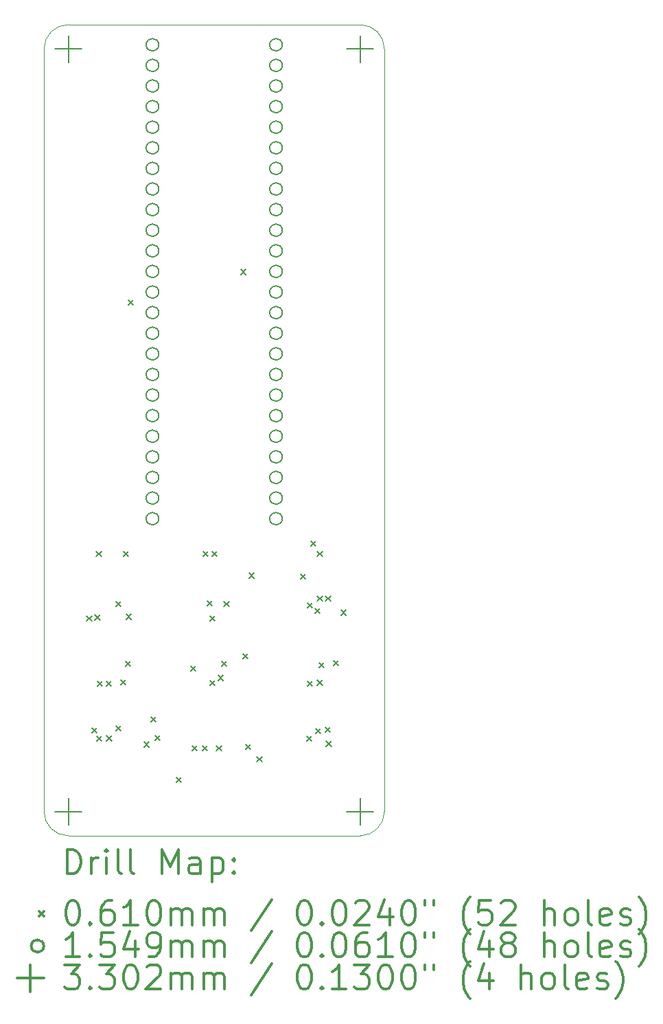
<source format=gbr>
%FSLAX45Y45*%
G04 Gerber Fmt 4.5, Leading zero omitted, Abs format (unit mm)*
G04 Created by KiCad (PCBNEW 5.1.10-88a1d61d58~88~ubuntu20.10.1) date 2021-05-14 12:57:54*
%MOMM*%
%LPD*%
G01*
G04 APERTURE LIST*
%TA.AperFunction,Profile*%
%ADD10C,0.050000*%
%TD*%
%ADD11C,0.200000*%
%ADD12C,0.300000*%
G04 APERTURE END LIST*
D10*
X13900000Y-12600000D02*
X13900000Y-3200000D01*
X18100000Y-3200000D02*
X18100000Y-12600000D01*
X17800000Y-2900000D02*
X14200000Y-2900000D01*
X17800000Y-2900000D02*
G75*
G02*
X18100000Y-3200000I0J-300000D01*
G01*
X18100000Y-12600000D02*
G75*
G02*
X17800000Y-12900000I-300000J0D01*
G01*
X14200000Y-12900000D02*
X17800000Y-12900000D01*
X14200000Y-12900000D02*
G75*
G02*
X13900000Y-12600000I0J300000D01*
G01*
X13900000Y-3200000D02*
G75*
G02*
X14200000Y-2900000I300000J0D01*
G01*
D11*
X14426910Y-10187770D02*
X14487870Y-10248730D01*
X14487870Y-10187770D02*
X14426910Y-10248730D01*
X14494520Y-11572260D02*
X14555480Y-11633220D01*
X14555480Y-11572260D02*
X14494520Y-11633220D01*
X14528550Y-10178000D02*
X14589510Y-10238960D01*
X14589510Y-10178000D02*
X14528550Y-10238960D01*
X14546360Y-9391260D02*
X14607320Y-9452220D01*
X14607320Y-9391260D02*
X14546360Y-9452220D01*
X14550000Y-11671660D02*
X14610960Y-11732620D01*
X14610960Y-11671660D02*
X14550000Y-11732620D01*
X14562290Y-10992240D02*
X14623250Y-11053200D01*
X14623250Y-10992240D02*
X14562290Y-11053200D01*
X14667770Y-10992830D02*
X14728730Y-11053790D01*
X14728730Y-10992830D02*
X14667770Y-11053790D01*
X14673160Y-11667680D02*
X14734120Y-11728640D01*
X14734120Y-11667680D02*
X14673160Y-11728640D01*
X14786350Y-10010680D02*
X14847310Y-10071640D01*
X14847310Y-10010680D02*
X14786350Y-10071640D01*
X14790420Y-11547820D02*
X14851380Y-11608780D01*
X14851380Y-11547820D02*
X14790420Y-11608780D01*
X14844520Y-10977120D02*
X14905480Y-11038080D01*
X14905480Y-10977120D02*
X14844520Y-11038080D01*
X14883210Y-9391880D02*
X14944170Y-9452840D01*
X14944170Y-9391880D02*
X14883210Y-9452840D01*
X14908850Y-10750540D02*
X14969810Y-10811500D01*
X14969810Y-10750540D02*
X14908850Y-10811500D01*
X14917130Y-10168790D02*
X14978090Y-10229750D01*
X14978090Y-10168790D02*
X14917130Y-10229750D01*
X14938000Y-6294090D02*
X14998960Y-6355050D01*
X14998960Y-6294090D02*
X14938000Y-6355050D01*
X15136000Y-11744010D02*
X15196960Y-11804970D01*
X15196960Y-11744010D02*
X15136000Y-11804970D01*
X15217420Y-11437710D02*
X15278380Y-11498670D01*
X15278380Y-11437710D02*
X15217420Y-11498670D01*
X15272970Y-11665350D02*
X15333930Y-11726310D01*
X15333930Y-11665350D02*
X15272970Y-11726310D01*
X15535140Y-12181900D02*
X15596100Y-12242860D01*
X15596100Y-12181900D02*
X15535140Y-12242860D01*
X15713580Y-10807710D02*
X15774540Y-10868670D01*
X15774540Y-10807710D02*
X15713580Y-10868670D01*
X15725040Y-11790840D02*
X15786000Y-11851800D01*
X15786000Y-11790840D02*
X15725040Y-11851800D01*
X15853260Y-11793440D02*
X15914220Y-11854400D01*
X15914220Y-11793440D02*
X15853260Y-11854400D01*
X15862190Y-9391260D02*
X15923150Y-9452220D01*
X15923150Y-9391260D02*
X15862190Y-9452220D01*
X15913320Y-10005410D02*
X15974280Y-10066370D01*
X15974280Y-10005410D02*
X15913320Y-10066370D01*
X15945980Y-10191720D02*
X16006940Y-10252680D01*
X16006940Y-10191720D02*
X15945980Y-10252680D01*
X15950470Y-10988500D02*
X16011430Y-11049460D01*
X16011430Y-10988500D02*
X15950470Y-11049460D01*
X15974250Y-9391260D02*
X16035210Y-9452220D01*
X16035210Y-9391260D02*
X15974250Y-9452220D01*
X16027730Y-11790690D02*
X16088690Y-11851650D01*
X16088690Y-11790690D02*
X16027730Y-11851650D01*
X16045820Y-10922890D02*
X16106780Y-10983850D01*
X16106780Y-10922890D02*
X16045820Y-10983850D01*
X16094520Y-10746010D02*
X16155480Y-10806970D01*
X16155480Y-10746010D02*
X16094520Y-10806970D01*
X16121780Y-10010160D02*
X16182740Y-10071120D01*
X16182740Y-10010160D02*
X16121780Y-10071120D01*
X16325110Y-5918780D02*
X16386070Y-5979740D01*
X16386070Y-5918780D02*
X16325110Y-5979740D01*
X16352280Y-10656560D02*
X16413240Y-10717520D01*
X16413240Y-10656560D02*
X16352280Y-10717520D01*
X16389040Y-11775020D02*
X16450000Y-11835980D01*
X16450000Y-11775020D02*
X16389040Y-11835980D01*
X16432750Y-9661580D02*
X16493710Y-9722540D01*
X16493710Y-9661580D02*
X16432750Y-9722540D01*
X16528100Y-11929060D02*
X16589060Y-11990020D01*
X16589060Y-11929060D02*
X16528100Y-11990020D01*
X17063850Y-9673200D02*
X17124810Y-9734160D01*
X17124810Y-9673200D02*
X17063850Y-9734160D01*
X17144520Y-11673030D02*
X17205480Y-11733990D01*
X17205480Y-11673030D02*
X17144520Y-11733990D01*
X17146360Y-10992490D02*
X17207320Y-11053450D01*
X17207320Y-10992490D02*
X17146360Y-11053450D01*
X17150890Y-10027680D02*
X17211850Y-10088640D01*
X17211850Y-10027680D02*
X17150890Y-10088640D01*
X17194290Y-9264580D02*
X17255250Y-9325540D01*
X17255250Y-9264580D02*
X17194290Y-9325540D01*
X17244520Y-10099120D02*
X17305480Y-10160080D01*
X17305480Y-10099120D02*
X17244520Y-10160080D01*
X17248220Y-11581910D02*
X17309180Y-11642870D01*
X17309180Y-11581910D02*
X17248220Y-11642870D01*
X17272470Y-9391610D02*
X17333430Y-9452570D01*
X17333430Y-9391610D02*
X17272470Y-9452570D01*
X17272820Y-10980990D02*
X17333780Y-11041950D01*
X17333780Y-10980990D02*
X17272820Y-11041950D01*
X17273290Y-9945690D02*
X17334250Y-10006650D01*
X17334250Y-9945690D02*
X17273290Y-10006650D01*
X17294520Y-10764960D02*
X17355480Y-10825920D01*
X17355480Y-10764960D02*
X17294520Y-10825920D01*
X17369350Y-11560510D02*
X17430310Y-11621470D01*
X17430310Y-11560510D02*
X17369350Y-11621470D01*
X17374930Y-9945690D02*
X17435890Y-10006650D01*
X17435890Y-9945690D02*
X17374930Y-10006650D01*
X17382080Y-11735940D02*
X17443040Y-11796900D01*
X17443040Y-11735940D02*
X17382080Y-11796900D01*
X17471360Y-10743270D02*
X17532320Y-10804230D01*
X17532320Y-10743270D02*
X17471360Y-10804230D01*
X17565540Y-10117470D02*
X17626500Y-10178430D01*
X17626500Y-10117470D02*
X17565540Y-10178430D01*
X15315470Y-3149000D02*
G75*
G03*
X15315470Y-3149000I-77470J0D01*
G01*
X15315470Y-3403000D02*
G75*
G03*
X15315470Y-3403000I-77470J0D01*
G01*
X15315470Y-3657000D02*
G75*
G03*
X15315470Y-3657000I-77470J0D01*
G01*
X15315470Y-3911000D02*
G75*
G03*
X15315470Y-3911000I-77470J0D01*
G01*
X15315470Y-4165000D02*
G75*
G03*
X15315470Y-4165000I-77470J0D01*
G01*
X15315470Y-4419000D02*
G75*
G03*
X15315470Y-4419000I-77470J0D01*
G01*
X15315470Y-4673000D02*
G75*
G03*
X15315470Y-4673000I-77470J0D01*
G01*
X15315470Y-4927000D02*
G75*
G03*
X15315470Y-4927000I-77470J0D01*
G01*
X15315470Y-5181000D02*
G75*
G03*
X15315470Y-5181000I-77470J0D01*
G01*
X15315470Y-5435000D02*
G75*
G03*
X15315470Y-5435000I-77470J0D01*
G01*
X15315470Y-5689000D02*
G75*
G03*
X15315470Y-5689000I-77470J0D01*
G01*
X15315470Y-5943000D02*
G75*
G03*
X15315470Y-5943000I-77470J0D01*
G01*
X15315470Y-6197000D02*
G75*
G03*
X15315470Y-6197000I-77470J0D01*
G01*
X15315470Y-6451000D02*
G75*
G03*
X15315470Y-6451000I-77470J0D01*
G01*
X15315470Y-6705000D02*
G75*
G03*
X15315470Y-6705000I-77470J0D01*
G01*
X15315470Y-6959000D02*
G75*
G03*
X15315470Y-6959000I-77470J0D01*
G01*
X15315470Y-7213000D02*
G75*
G03*
X15315470Y-7213000I-77470J0D01*
G01*
X15315470Y-7467000D02*
G75*
G03*
X15315470Y-7467000I-77470J0D01*
G01*
X15315470Y-7721000D02*
G75*
G03*
X15315470Y-7721000I-77470J0D01*
G01*
X15315470Y-7975000D02*
G75*
G03*
X15315470Y-7975000I-77470J0D01*
G01*
X15315470Y-8229000D02*
G75*
G03*
X15315470Y-8229000I-77470J0D01*
G01*
X15315470Y-8483000D02*
G75*
G03*
X15315470Y-8483000I-77470J0D01*
G01*
X15315470Y-8737000D02*
G75*
G03*
X15315470Y-8737000I-77470J0D01*
G01*
X15315470Y-8991000D02*
G75*
G03*
X15315470Y-8991000I-77470J0D01*
G01*
X16839470Y-3149000D02*
G75*
G03*
X16839470Y-3149000I-77470J0D01*
G01*
X16839470Y-3403000D02*
G75*
G03*
X16839470Y-3403000I-77470J0D01*
G01*
X16839470Y-3657000D02*
G75*
G03*
X16839470Y-3657000I-77470J0D01*
G01*
X16839470Y-3911000D02*
G75*
G03*
X16839470Y-3911000I-77470J0D01*
G01*
X16839470Y-4165000D02*
G75*
G03*
X16839470Y-4165000I-77470J0D01*
G01*
X16839470Y-4419000D02*
G75*
G03*
X16839470Y-4419000I-77470J0D01*
G01*
X16839470Y-4673000D02*
G75*
G03*
X16839470Y-4673000I-77470J0D01*
G01*
X16839470Y-4927000D02*
G75*
G03*
X16839470Y-4927000I-77470J0D01*
G01*
X16839470Y-5181000D02*
G75*
G03*
X16839470Y-5181000I-77470J0D01*
G01*
X16839470Y-5435000D02*
G75*
G03*
X16839470Y-5435000I-77470J0D01*
G01*
X16839470Y-5689000D02*
G75*
G03*
X16839470Y-5689000I-77470J0D01*
G01*
X16839470Y-5943000D02*
G75*
G03*
X16839470Y-5943000I-77470J0D01*
G01*
X16839470Y-6197000D02*
G75*
G03*
X16839470Y-6197000I-77470J0D01*
G01*
X16839470Y-6451000D02*
G75*
G03*
X16839470Y-6451000I-77470J0D01*
G01*
X16839470Y-6705000D02*
G75*
G03*
X16839470Y-6705000I-77470J0D01*
G01*
X16839470Y-6959000D02*
G75*
G03*
X16839470Y-6959000I-77470J0D01*
G01*
X16839470Y-7213000D02*
G75*
G03*
X16839470Y-7213000I-77470J0D01*
G01*
X16839470Y-7467000D02*
G75*
G03*
X16839470Y-7467000I-77470J0D01*
G01*
X16839470Y-7721000D02*
G75*
G03*
X16839470Y-7721000I-77470J0D01*
G01*
X16839470Y-7975000D02*
G75*
G03*
X16839470Y-7975000I-77470J0D01*
G01*
X16839470Y-8229000D02*
G75*
G03*
X16839470Y-8229000I-77470J0D01*
G01*
X16839470Y-8483000D02*
G75*
G03*
X16839470Y-8483000I-77470J0D01*
G01*
X16839470Y-8737000D02*
G75*
G03*
X16839470Y-8737000I-77470J0D01*
G01*
X16839470Y-8991000D02*
G75*
G03*
X16839470Y-8991000I-77470J0D01*
G01*
X14200000Y-3034900D02*
X14200000Y-3365100D01*
X14034900Y-3200000D02*
X14365100Y-3200000D01*
X14200000Y-12434900D02*
X14200000Y-12765100D01*
X14034900Y-12600000D02*
X14365100Y-12600000D01*
X17800000Y-3034900D02*
X17800000Y-3365100D01*
X17634900Y-3200000D02*
X17965100Y-3200000D01*
X17800000Y-12434900D02*
X17800000Y-12765100D01*
X17634900Y-12600000D02*
X17965100Y-12600000D01*
D12*
X14183928Y-13368214D02*
X14183928Y-13068214D01*
X14255357Y-13068214D01*
X14298214Y-13082500D01*
X14326786Y-13111071D01*
X14341071Y-13139643D01*
X14355357Y-13196786D01*
X14355357Y-13239643D01*
X14341071Y-13296786D01*
X14326786Y-13325357D01*
X14298214Y-13353929D01*
X14255357Y-13368214D01*
X14183928Y-13368214D01*
X14483928Y-13368214D02*
X14483928Y-13168214D01*
X14483928Y-13225357D02*
X14498214Y-13196786D01*
X14512500Y-13182500D01*
X14541071Y-13168214D01*
X14569643Y-13168214D01*
X14669643Y-13368214D02*
X14669643Y-13168214D01*
X14669643Y-13068214D02*
X14655357Y-13082500D01*
X14669643Y-13096786D01*
X14683928Y-13082500D01*
X14669643Y-13068214D01*
X14669643Y-13096786D01*
X14855357Y-13368214D02*
X14826786Y-13353929D01*
X14812500Y-13325357D01*
X14812500Y-13068214D01*
X15012500Y-13368214D02*
X14983928Y-13353929D01*
X14969643Y-13325357D01*
X14969643Y-13068214D01*
X15355357Y-13368214D02*
X15355357Y-13068214D01*
X15455357Y-13282500D01*
X15555357Y-13068214D01*
X15555357Y-13368214D01*
X15826786Y-13368214D02*
X15826786Y-13211071D01*
X15812500Y-13182500D01*
X15783928Y-13168214D01*
X15726786Y-13168214D01*
X15698214Y-13182500D01*
X15826786Y-13353929D02*
X15798214Y-13368214D01*
X15726786Y-13368214D01*
X15698214Y-13353929D01*
X15683928Y-13325357D01*
X15683928Y-13296786D01*
X15698214Y-13268214D01*
X15726786Y-13253929D01*
X15798214Y-13253929D01*
X15826786Y-13239643D01*
X15969643Y-13168214D02*
X15969643Y-13468214D01*
X15969643Y-13182500D02*
X15998214Y-13168214D01*
X16055357Y-13168214D01*
X16083928Y-13182500D01*
X16098214Y-13196786D01*
X16112500Y-13225357D01*
X16112500Y-13311071D01*
X16098214Y-13339643D01*
X16083928Y-13353929D01*
X16055357Y-13368214D01*
X15998214Y-13368214D01*
X15969643Y-13353929D01*
X16241071Y-13339643D02*
X16255357Y-13353929D01*
X16241071Y-13368214D01*
X16226786Y-13353929D01*
X16241071Y-13339643D01*
X16241071Y-13368214D01*
X16241071Y-13182500D02*
X16255357Y-13196786D01*
X16241071Y-13211071D01*
X16226786Y-13196786D01*
X16241071Y-13182500D01*
X16241071Y-13211071D01*
X13836540Y-13832020D02*
X13897500Y-13892980D01*
X13897500Y-13832020D02*
X13836540Y-13892980D01*
X14241071Y-13698214D02*
X14269643Y-13698214D01*
X14298214Y-13712500D01*
X14312500Y-13726786D01*
X14326786Y-13755357D01*
X14341071Y-13812500D01*
X14341071Y-13883929D01*
X14326786Y-13941071D01*
X14312500Y-13969643D01*
X14298214Y-13983929D01*
X14269643Y-13998214D01*
X14241071Y-13998214D01*
X14212500Y-13983929D01*
X14198214Y-13969643D01*
X14183928Y-13941071D01*
X14169643Y-13883929D01*
X14169643Y-13812500D01*
X14183928Y-13755357D01*
X14198214Y-13726786D01*
X14212500Y-13712500D01*
X14241071Y-13698214D01*
X14469643Y-13969643D02*
X14483928Y-13983929D01*
X14469643Y-13998214D01*
X14455357Y-13983929D01*
X14469643Y-13969643D01*
X14469643Y-13998214D01*
X14741071Y-13698214D02*
X14683928Y-13698214D01*
X14655357Y-13712500D01*
X14641071Y-13726786D01*
X14612500Y-13769643D01*
X14598214Y-13826786D01*
X14598214Y-13941071D01*
X14612500Y-13969643D01*
X14626786Y-13983929D01*
X14655357Y-13998214D01*
X14712500Y-13998214D01*
X14741071Y-13983929D01*
X14755357Y-13969643D01*
X14769643Y-13941071D01*
X14769643Y-13869643D01*
X14755357Y-13841071D01*
X14741071Y-13826786D01*
X14712500Y-13812500D01*
X14655357Y-13812500D01*
X14626786Y-13826786D01*
X14612500Y-13841071D01*
X14598214Y-13869643D01*
X15055357Y-13998214D02*
X14883928Y-13998214D01*
X14969643Y-13998214D02*
X14969643Y-13698214D01*
X14941071Y-13741071D01*
X14912500Y-13769643D01*
X14883928Y-13783929D01*
X15241071Y-13698214D02*
X15269643Y-13698214D01*
X15298214Y-13712500D01*
X15312500Y-13726786D01*
X15326786Y-13755357D01*
X15341071Y-13812500D01*
X15341071Y-13883929D01*
X15326786Y-13941071D01*
X15312500Y-13969643D01*
X15298214Y-13983929D01*
X15269643Y-13998214D01*
X15241071Y-13998214D01*
X15212500Y-13983929D01*
X15198214Y-13969643D01*
X15183928Y-13941071D01*
X15169643Y-13883929D01*
X15169643Y-13812500D01*
X15183928Y-13755357D01*
X15198214Y-13726786D01*
X15212500Y-13712500D01*
X15241071Y-13698214D01*
X15469643Y-13998214D02*
X15469643Y-13798214D01*
X15469643Y-13826786D02*
X15483928Y-13812500D01*
X15512500Y-13798214D01*
X15555357Y-13798214D01*
X15583928Y-13812500D01*
X15598214Y-13841071D01*
X15598214Y-13998214D01*
X15598214Y-13841071D02*
X15612500Y-13812500D01*
X15641071Y-13798214D01*
X15683928Y-13798214D01*
X15712500Y-13812500D01*
X15726786Y-13841071D01*
X15726786Y-13998214D01*
X15869643Y-13998214D02*
X15869643Y-13798214D01*
X15869643Y-13826786D02*
X15883928Y-13812500D01*
X15912500Y-13798214D01*
X15955357Y-13798214D01*
X15983928Y-13812500D01*
X15998214Y-13841071D01*
X15998214Y-13998214D01*
X15998214Y-13841071D02*
X16012500Y-13812500D01*
X16041071Y-13798214D01*
X16083928Y-13798214D01*
X16112500Y-13812500D01*
X16126786Y-13841071D01*
X16126786Y-13998214D01*
X16712500Y-13683929D02*
X16455357Y-14069643D01*
X17098214Y-13698214D02*
X17126786Y-13698214D01*
X17155357Y-13712500D01*
X17169643Y-13726786D01*
X17183928Y-13755357D01*
X17198214Y-13812500D01*
X17198214Y-13883929D01*
X17183928Y-13941071D01*
X17169643Y-13969643D01*
X17155357Y-13983929D01*
X17126786Y-13998214D01*
X17098214Y-13998214D01*
X17069643Y-13983929D01*
X17055357Y-13969643D01*
X17041071Y-13941071D01*
X17026786Y-13883929D01*
X17026786Y-13812500D01*
X17041071Y-13755357D01*
X17055357Y-13726786D01*
X17069643Y-13712500D01*
X17098214Y-13698214D01*
X17326786Y-13969643D02*
X17341071Y-13983929D01*
X17326786Y-13998214D01*
X17312500Y-13983929D01*
X17326786Y-13969643D01*
X17326786Y-13998214D01*
X17526786Y-13698214D02*
X17555357Y-13698214D01*
X17583928Y-13712500D01*
X17598214Y-13726786D01*
X17612500Y-13755357D01*
X17626786Y-13812500D01*
X17626786Y-13883929D01*
X17612500Y-13941071D01*
X17598214Y-13969643D01*
X17583928Y-13983929D01*
X17555357Y-13998214D01*
X17526786Y-13998214D01*
X17498214Y-13983929D01*
X17483928Y-13969643D01*
X17469643Y-13941071D01*
X17455357Y-13883929D01*
X17455357Y-13812500D01*
X17469643Y-13755357D01*
X17483928Y-13726786D01*
X17498214Y-13712500D01*
X17526786Y-13698214D01*
X17741071Y-13726786D02*
X17755357Y-13712500D01*
X17783928Y-13698214D01*
X17855357Y-13698214D01*
X17883928Y-13712500D01*
X17898214Y-13726786D01*
X17912500Y-13755357D01*
X17912500Y-13783929D01*
X17898214Y-13826786D01*
X17726786Y-13998214D01*
X17912500Y-13998214D01*
X18169643Y-13798214D02*
X18169643Y-13998214D01*
X18098214Y-13683929D02*
X18026786Y-13898214D01*
X18212500Y-13898214D01*
X18383928Y-13698214D02*
X18412500Y-13698214D01*
X18441071Y-13712500D01*
X18455357Y-13726786D01*
X18469643Y-13755357D01*
X18483928Y-13812500D01*
X18483928Y-13883929D01*
X18469643Y-13941071D01*
X18455357Y-13969643D01*
X18441071Y-13983929D01*
X18412500Y-13998214D01*
X18383928Y-13998214D01*
X18355357Y-13983929D01*
X18341071Y-13969643D01*
X18326786Y-13941071D01*
X18312500Y-13883929D01*
X18312500Y-13812500D01*
X18326786Y-13755357D01*
X18341071Y-13726786D01*
X18355357Y-13712500D01*
X18383928Y-13698214D01*
X18598214Y-13698214D02*
X18598214Y-13755357D01*
X18712500Y-13698214D02*
X18712500Y-13755357D01*
X19155357Y-14112500D02*
X19141071Y-14098214D01*
X19112500Y-14055357D01*
X19098214Y-14026786D01*
X19083928Y-13983929D01*
X19069643Y-13912500D01*
X19069643Y-13855357D01*
X19083928Y-13783929D01*
X19098214Y-13741071D01*
X19112500Y-13712500D01*
X19141071Y-13669643D01*
X19155357Y-13655357D01*
X19412500Y-13698214D02*
X19269643Y-13698214D01*
X19255357Y-13841071D01*
X19269643Y-13826786D01*
X19298214Y-13812500D01*
X19369643Y-13812500D01*
X19398214Y-13826786D01*
X19412500Y-13841071D01*
X19426786Y-13869643D01*
X19426786Y-13941071D01*
X19412500Y-13969643D01*
X19398214Y-13983929D01*
X19369643Y-13998214D01*
X19298214Y-13998214D01*
X19269643Y-13983929D01*
X19255357Y-13969643D01*
X19541071Y-13726786D02*
X19555357Y-13712500D01*
X19583928Y-13698214D01*
X19655357Y-13698214D01*
X19683928Y-13712500D01*
X19698214Y-13726786D01*
X19712500Y-13755357D01*
X19712500Y-13783929D01*
X19698214Y-13826786D01*
X19526786Y-13998214D01*
X19712500Y-13998214D01*
X20069643Y-13998214D02*
X20069643Y-13698214D01*
X20198214Y-13998214D02*
X20198214Y-13841071D01*
X20183928Y-13812500D01*
X20155357Y-13798214D01*
X20112500Y-13798214D01*
X20083928Y-13812500D01*
X20069643Y-13826786D01*
X20383928Y-13998214D02*
X20355357Y-13983929D01*
X20341071Y-13969643D01*
X20326786Y-13941071D01*
X20326786Y-13855357D01*
X20341071Y-13826786D01*
X20355357Y-13812500D01*
X20383928Y-13798214D01*
X20426786Y-13798214D01*
X20455357Y-13812500D01*
X20469643Y-13826786D01*
X20483928Y-13855357D01*
X20483928Y-13941071D01*
X20469643Y-13969643D01*
X20455357Y-13983929D01*
X20426786Y-13998214D01*
X20383928Y-13998214D01*
X20655357Y-13998214D02*
X20626786Y-13983929D01*
X20612500Y-13955357D01*
X20612500Y-13698214D01*
X20883928Y-13983929D02*
X20855357Y-13998214D01*
X20798214Y-13998214D01*
X20769643Y-13983929D01*
X20755357Y-13955357D01*
X20755357Y-13841071D01*
X20769643Y-13812500D01*
X20798214Y-13798214D01*
X20855357Y-13798214D01*
X20883928Y-13812500D01*
X20898214Y-13841071D01*
X20898214Y-13869643D01*
X20755357Y-13898214D01*
X21012500Y-13983929D02*
X21041071Y-13998214D01*
X21098214Y-13998214D01*
X21126786Y-13983929D01*
X21141071Y-13955357D01*
X21141071Y-13941071D01*
X21126786Y-13912500D01*
X21098214Y-13898214D01*
X21055357Y-13898214D01*
X21026786Y-13883929D01*
X21012500Y-13855357D01*
X21012500Y-13841071D01*
X21026786Y-13812500D01*
X21055357Y-13798214D01*
X21098214Y-13798214D01*
X21126786Y-13812500D01*
X21241071Y-14112500D02*
X21255357Y-14098214D01*
X21283928Y-14055357D01*
X21298214Y-14026786D01*
X21312500Y-13983929D01*
X21326786Y-13912500D01*
X21326786Y-13855357D01*
X21312500Y-13783929D01*
X21298214Y-13741071D01*
X21283928Y-13712500D01*
X21255357Y-13669643D01*
X21241071Y-13655357D01*
X13897500Y-14258500D02*
G75*
G03*
X13897500Y-14258500I-77470J0D01*
G01*
X14341071Y-14394214D02*
X14169643Y-14394214D01*
X14255357Y-14394214D02*
X14255357Y-14094214D01*
X14226786Y-14137071D01*
X14198214Y-14165643D01*
X14169643Y-14179929D01*
X14469643Y-14365643D02*
X14483928Y-14379929D01*
X14469643Y-14394214D01*
X14455357Y-14379929D01*
X14469643Y-14365643D01*
X14469643Y-14394214D01*
X14755357Y-14094214D02*
X14612500Y-14094214D01*
X14598214Y-14237071D01*
X14612500Y-14222786D01*
X14641071Y-14208500D01*
X14712500Y-14208500D01*
X14741071Y-14222786D01*
X14755357Y-14237071D01*
X14769643Y-14265643D01*
X14769643Y-14337071D01*
X14755357Y-14365643D01*
X14741071Y-14379929D01*
X14712500Y-14394214D01*
X14641071Y-14394214D01*
X14612500Y-14379929D01*
X14598214Y-14365643D01*
X15026786Y-14194214D02*
X15026786Y-14394214D01*
X14955357Y-14079929D02*
X14883928Y-14294214D01*
X15069643Y-14294214D01*
X15198214Y-14394214D02*
X15255357Y-14394214D01*
X15283928Y-14379929D01*
X15298214Y-14365643D01*
X15326786Y-14322786D01*
X15341071Y-14265643D01*
X15341071Y-14151357D01*
X15326786Y-14122786D01*
X15312500Y-14108500D01*
X15283928Y-14094214D01*
X15226786Y-14094214D01*
X15198214Y-14108500D01*
X15183928Y-14122786D01*
X15169643Y-14151357D01*
X15169643Y-14222786D01*
X15183928Y-14251357D01*
X15198214Y-14265643D01*
X15226786Y-14279929D01*
X15283928Y-14279929D01*
X15312500Y-14265643D01*
X15326786Y-14251357D01*
X15341071Y-14222786D01*
X15469643Y-14394214D02*
X15469643Y-14194214D01*
X15469643Y-14222786D02*
X15483928Y-14208500D01*
X15512500Y-14194214D01*
X15555357Y-14194214D01*
X15583928Y-14208500D01*
X15598214Y-14237071D01*
X15598214Y-14394214D01*
X15598214Y-14237071D02*
X15612500Y-14208500D01*
X15641071Y-14194214D01*
X15683928Y-14194214D01*
X15712500Y-14208500D01*
X15726786Y-14237071D01*
X15726786Y-14394214D01*
X15869643Y-14394214D02*
X15869643Y-14194214D01*
X15869643Y-14222786D02*
X15883928Y-14208500D01*
X15912500Y-14194214D01*
X15955357Y-14194214D01*
X15983928Y-14208500D01*
X15998214Y-14237071D01*
X15998214Y-14394214D01*
X15998214Y-14237071D02*
X16012500Y-14208500D01*
X16041071Y-14194214D01*
X16083928Y-14194214D01*
X16112500Y-14208500D01*
X16126786Y-14237071D01*
X16126786Y-14394214D01*
X16712500Y-14079929D02*
X16455357Y-14465643D01*
X17098214Y-14094214D02*
X17126786Y-14094214D01*
X17155357Y-14108500D01*
X17169643Y-14122786D01*
X17183928Y-14151357D01*
X17198214Y-14208500D01*
X17198214Y-14279929D01*
X17183928Y-14337071D01*
X17169643Y-14365643D01*
X17155357Y-14379929D01*
X17126786Y-14394214D01*
X17098214Y-14394214D01*
X17069643Y-14379929D01*
X17055357Y-14365643D01*
X17041071Y-14337071D01*
X17026786Y-14279929D01*
X17026786Y-14208500D01*
X17041071Y-14151357D01*
X17055357Y-14122786D01*
X17069643Y-14108500D01*
X17098214Y-14094214D01*
X17326786Y-14365643D02*
X17341071Y-14379929D01*
X17326786Y-14394214D01*
X17312500Y-14379929D01*
X17326786Y-14365643D01*
X17326786Y-14394214D01*
X17526786Y-14094214D02*
X17555357Y-14094214D01*
X17583928Y-14108500D01*
X17598214Y-14122786D01*
X17612500Y-14151357D01*
X17626786Y-14208500D01*
X17626786Y-14279929D01*
X17612500Y-14337071D01*
X17598214Y-14365643D01*
X17583928Y-14379929D01*
X17555357Y-14394214D01*
X17526786Y-14394214D01*
X17498214Y-14379929D01*
X17483928Y-14365643D01*
X17469643Y-14337071D01*
X17455357Y-14279929D01*
X17455357Y-14208500D01*
X17469643Y-14151357D01*
X17483928Y-14122786D01*
X17498214Y-14108500D01*
X17526786Y-14094214D01*
X17883928Y-14094214D02*
X17826786Y-14094214D01*
X17798214Y-14108500D01*
X17783928Y-14122786D01*
X17755357Y-14165643D01*
X17741071Y-14222786D01*
X17741071Y-14337071D01*
X17755357Y-14365643D01*
X17769643Y-14379929D01*
X17798214Y-14394214D01*
X17855357Y-14394214D01*
X17883928Y-14379929D01*
X17898214Y-14365643D01*
X17912500Y-14337071D01*
X17912500Y-14265643D01*
X17898214Y-14237071D01*
X17883928Y-14222786D01*
X17855357Y-14208500D01*
X17798214Y-14208500D01*
X17769643Y-14222786D01*
X17755357Y-14237071D01*
X17741071Y-14265643D01*
X18198214Y-14394214D02*
X18026786Y-14394214D01*
X18112500Y-14394214D02*
X18112500Y-14094214D01*
X18083928Y-14137071D01*
X18055357Y-14165643D01*
X18026786Y-14179929D01*
X18383928Y-14094214D02*
X18412500Y-14094214D01*
X18441071Y-14108500D01*
X18455357Y-14122786D01*
X18469643Y-14151357D01*
X18483928Y-14208500D01*
X18483928Y-14279929D01*
X18469643Y-14337071D01*
X18455357Y-14365643D01*
X18441071Y-14379929D01*
X18412500Y-14394214D01*
X18383928Y-14394214D01*
X18355357Y-14379929D01*
X18341071Y-14365643D01*
X18326786Y-14337071D01*
X18312500Y-14279929D01*
X18312500Y-14208500D01*
X18326786Y-14151357D01*
X18341071Y-14122786D01*
X18355357Y-14108500D01*
X18383928Y-14094214D01*
X18598214Y-14094214D02*
X18598214Y-14151357D01*
X18712500Y-14094214D02*
X18712500Y-14151357D01*
X19155357Y-14508500D02*
X19141071Y-14494214D01*
X19112500Y-14451357D01*
X19098214Y-14422786D01*
X19083928Y-14379929D01*
X19069643Y-14308500D01*
X19069643Y-14251357D01*
X19083928Y-14179929D01*
X19098214Y-14137071D01*
X19112500Y-14108500D01*
X19141071Y-14065643D01*
X19155357Y-14051357D01*
X19398214Y-14194214D02*
X19398214Y-14394214D01*
X19326786Y-14079929D02*
X19255357Y-14294214D01*
X19441071Y-14294214D01*
X19598214Y-14222786D02*
X19569643Y-14208500D01*
X19555357Y-14194214D01*
X19541071Y-14165643D01*
X19541071Y-14151357D01*
X19555357Y-14122786D01*
X19569643Y-14108500D01*
X19598214Y-14094214D01*
X19655357Y-14094214D01*
X19683928Y-14108500D01*
X19698214Y-14122786D01*
X19712500Y-14151357D01*
X19712500Y-14165643D01*
X19698214Y-14194214D01*
X19683928Y-14208500D01*
X19655357Y-14222786D01*
X19598214Y-14222786D01*
X19569643Y-14237071D01*
X19555357Y-14251357D01*
X19541071Y-14279929D01*
X19541071Y-14337071D01*
X19555357Y-14365643D01*
X19569643Y-14379929D01*
X19598214Y-14394214D01*
X19655357Y-14394214D01*
X19683928Y-14379929D01*
X19698214Y-14365643D01*
X19712500Y-14337071D01*
X19712500Y-14279929D01*
X19698214Y-14251357D01*
X19683928Y-14237071D01*
X19655357Y-14222786D01*
X20069643Y-14394214D02*
X20069643Y-14094214D01*
X20198214Y-14394214D02*
X20198214Y-14237071D01*
X20183928Y-14208500D01*
X20155357Y-14194214D01*
X20112500Y-14194214D01*
X20083928Y-14208500D01*
X20069643Y-14222786D01*
X20383928Y-14394214D02*
X20355357Y-14379929D01*
X20341071Y-14365643D01*
X20326786Y-14337071D01*
X20326786Y-14251357D01*
X20341071Y-14222786D01*
X20355357Y-14208500D01*
X20383928Y-14194214D01*
X20426786Y-14194214D01*
X20455357Y-14208500D01*
X20469643Y-14222786D01*
X20483928Y-14251357D01*
X20483928Y-14337071D01*
X20469643Y-14365643D01*
X20455357Y-14379929D01*
X20426786Y-14394214D01*
X20383928Y-14394214D01*
X20655357Y-14394214D02*
X20626786Y-14379929D01*
X20612500Y-14351357D01*
X20612500Y-14094214D01*
X20883928Y-14379929D02*
X20855357Y-14394214D01*
X20798214Y-14394214D01*
X20769643Y-14379929D01*
X20755357Y-14351357D01*
X20755357Y-14237071D01*
X20769643Y-14208500D01*
X20798214Y-14194214D01*
X20855357Y-14194214D01*
X20883928Y-14208500D01*
X20898214Y-14237071D01*
X20898214Y-14265643D01*
X20755357Y-14294214D01*
X21012500Y-14379929D02*
X21041071Y-14394214D01*
X21098214Y-14394214D01*
X21126786Y-14379929D01*
X21141071Y-14351357D01*
X21141071Y-14337071D01*
X21126786Y-14308500D01*
X21098214Y-14294214D01*
X21055357Y-14294214D01*
X21026786Y-14279929D01*
X21012500Y-14251357D01*
X21012500Y-14237071D01*
X21026786Y-14208500D01*
X21055357Y-14194214D01*
X21098214Y-14194214D01*
X21126786Y-14208500D01*
X21241071Y-14508500D02*
X21255357Y-14494214D01*
X21283928Y-14451357D01*
X21298214Y-14422786D01*
X21312500Y-14379929D01*
X21326786Y-14308500D01*
X21326786Y-14251357D01*
X21312500Y-14179929D01*
X21298214Y-14137071D01*
X21283928Y-14108500D01*
X21255357Y-14065643D01*
X21241071Y-14051357D01*
X13732400Y-14489400D02*
X13732400Y-14819600D01*
X13567300Y-14654500D02*
X13897500Y-14654500D01*
X14155357Y-14490214D02*
X14341071Y-14490214D01*
X14241071Y-14604500D01*
X14283928Y-14604500D01*
X14312500Y-14618786D01*
X14326786Y-14633071D01*
X14341071Y-14661643D01*
X14341071Y-14733071D01*
X14326786Y-14761643D01*
X14312500Y-14775929D01*
X14283928Y-14790214D01*
X14198214Y-14790214D01*
X14169643Y-14775929D01*
X14155357Y-14761643D01*
X14469643Y-14761643D02*
X14483928Y-14775929D01*
X14469643Y-14790214D01*
X14455357Y-14775929D01*
X14469643Y-14761643D01*
X14469643Y-14790214D01*
X14583928Y-14490214D02*
X14769643Y-14490214D01*
X14669643Y-14604500D01*
X14712500Y-14604500D01*
X14741071Y-14618786D01*
X14755357Y-14633071D01*
X14769643Y-14661643D01*
X14769643Y-14733071D01*
X14755357Y-14761643D01*
X14741071Y-14775929D01*
X14712500Y-14790214D01*
X14626786Y-14790214D01*
X14598214Y-14775929D01*
X14583928Y-14761643D01*
X14955357Y-14490214D02*
X14983928Y-14490214D01*
X15012500Y-14504500D01*
X15026786Y-14518786D01*
X15041071Y-14547357D01*
X15055357Y-14604500D01*
X15055357Y-14675929D01*
X15041071Y-14733071D01*
X15026786Y-14761643D01*
X15012500Y-14775929D01*
X14983928Y-14790214D01*
X14955357Y-14790214D01*
X14926786Y-14775929D01*
X14912500Y-14761643D01*
X14898214Y-14733071D01*
X14883928Y-14675929D01*
X14883928Y-14604500D01*
X14898214Y-14547357D01*
X14912500Y-14518786D01*
X14926786Y-14504500D01*
X14955357Y-14490214D01*
X15169643Y-14518786D02*
X15183928Y-14504500D01*
X15212500Y-14490214D01*
X15283928Y-14490214D01*
X15312500Y-14504500D01*
X15326786Y-14518786D01*
X15341071Y-14547357D01*
X15341071Y-14575929D01*
X15326786Y-14618786D01*
X15155357Y-14790214D01*
X15341071Y-14790214D01*
X15469643Y-14790214D02*
X15469643Y-14590214D01*
X15469643Y-14618786D02*
X15483928Y-14604500D01*
X15512500Y-14590214D01*
X15555357Y-14590214D01*
X15583928Y-14604500D01*
X15598214Y-14633071D01*
X15598214Y-14790214D01*
X15598214Y-14633071D02*
X15612500Y-14604500D01*
X15641071Y-14590214D01*
X15683928Y-14590214D01*
X15712500Y-14604500D01*
X15726786Y-14633071D01*
X15726786Y-14790214D01*
X15869643Y-14790214D02*
X15869643Y-14590214D01*
X15869643Y-14618786D02*
X15883928Y-14604500D01*
X15912500Y-14590214D01*
X15955357Y-14590214D01*
X15983928Y-14604500D01*
X15998214Y-14633071D01*
X15998214Y-14790214D01*
X15998214Y-14633071D02*
X16012500Y-14604500D01*
X16041071Y-14590214D01*
X16083928Y-14590214D01*
X16112500Y-14604500D01*
X16126786Y-14633071D01*
X16126786Y-14790214D01*
X16712500Y-14475929D02*
X16455357Y-14861643D01*
X17098214Y-14490214D02*
X17126786Y-14490214D01*
X17155357Y-14504500D01*
X17169643Y-14518786D01*
X17183928Y-14547357D01*
X17198214Y-14604500D01*
X17198214Y-14675929D01*
X17183928Y-14733071D01*
X17169643Y-14761643D01*
X17155357Y-14775929D01*
X17126786Y-14790214D01*
X17098214Y-14790214D01*
X17069643Y-14775929D01*
X17055357Y-14761643D01*
X17041071Y-14733071D01*
X17026786Y-14675929D01*
X17026786Y-14604500D01*
X17041071Y-14547357D01*
X17055357Y-14518786D01*
X17069643Y-14504500D01*
X17098214Y-14490214D01*
X17326786Y-14761643D02*
X17341071Y-14775929D01*
X17326786Y-14790214D01*
X17312500Y-14775929D01*
X17326786Y-14761643D01*
X17326786Y-14790214D01*
X17626786Y-14790214D02*
X17455357Y-14790214D01*
X17541071Y-14790214D02*
X17541071Y-14490214D01*
X17512500Y-14533071D01*
X17483928Y-14561643D01*
X17455357Y-14575929D01*
X17726786Y-14490214D02*
X17912500Y-14490214D01*
X17812500Y-14604500D01*
X17855357Y-14604500D01*
X17883928Y-14618786D01*
X17898214Y-14633071D01*
X17912500Y-14661643D01*
X17912500Y-14733071D01*
X17898214Y-14761643D01*
X17883928Y-14775929D01*
X17855357Y-14790214D01*
X17769643Y-14790214D01*
X17741071Y-14775929D01*
X17726786Y-14761643D01*
X18098214Y-14490214D02*
X18126786Y-14490214D01*
X18155357Y-14504500D01*
X18169643Y-14518786D01*
X18183928Y-14547357D01*
X18198214Y-14604500D01*
X18198214Y-14675929D01*
X18183928Y-14733071D01*
X18169643Y-14761643D01*
X18155357Y-14775929D01*
X18126786Y-14790214D01*
X18098214Y-14790214D01*
X18069643Y-14775929D01*
X18055357Y-14761643D01*
X18041071Y-14733071D01*
X18026786Y-14675929D01*
X18026786Y-14604500D01*
X18041071Y-14547357D01*
X18055357Y-14518786D01*
X18069643Y-14504500D01*
X18098214Y-14490214D01*
X18383928Y-14490214D02*
X18412500Y-14490214D01*
X18441071Y-14504500D01*
X18455357Y-14518786D01*
X18469643Y-14547357D01*
X18483928Y-14604500D01*
X18483928Y-14675929D01*
X18469643Y-14733071D01*
X18455357Y-14761643D01*
X18441071Y-14775929D01*
X18412500Y-14790214D01*
X18383928Y-14790214D01*
X18355357Y-14775929D01*
X18341071Y-14761643D01*
X18326786Y-14733071D01*
X18312500Y-14675929D01*
X18312500Y-14604500D01*
X18326786Y-14547357D01*
X18341071Y-14518786D01*
X18355357Y-14504500D01*
X18383928Y-14490214D01*
X18598214Y-14490214D02*
X18598214Y-14547357D01*
X18712500Y-14490214D02*
X18712500Y-14547357D01*
X19155357Y-14904500D02*
X19141071Y-14890214D01*
X19112500Y-14847357D01*
X19098214Y-14818786D01*
X19083928Y-14775929D01*
X19069643Y-14704500D01*
X19069643Y-14647357D01*
X19083928Y-14575929D01*
X19098214Y-14533071D01*
X19112500Y-14504500D01*
X19141071Y-14461643D01*
X19155357Y-14447357D01*
X19398214Y-14590214D02*
X19398214Y-14790214D01*
X19326786Y-14475929D02*
X19255357Y-14690214D01*
X19441071Y-14690214D01*
X19783928Y-14790214D02*
X19783928Y-14490214D01*
X19912500Y-14790214D02*
X19912500Y-14633071D01*
X19898214Y-14604500D01*
X19869643Y-14590214D01*
X19826786Y-14590214D01*
X19798214Y-14604500D01*
X19783928Y-14618786D01*
X20098214Y-14790214D02*
X20069643Y-14775929D01*
X20055357Y-14761643D01*
X20041071Y-14733071D01*
X20041071Y-14647357D01*
X20055357Y-14618786D01*
X20069643Y-14604500D01*
X20098214Y-14590214D01*
X20141071Y-14590214D01*
X20169643Y-14604500D01*
X20183928Y-14618786D01*
X20198214Y-14647357D01*
X20198214Y-14733071D01*
X20183928Y-14761643D01*
X20169643Y-14775929D01*
X20141071Y-14790214D01*
X20098214Y-14790214D01*
X20369643Y-14790214D02*
X20341071Y-14775929D01*
X20326786Y-14747357D01*
X20326786Y-14490214D01*
X20598214Y-14775929D02*
X20569643Y-14790214D01*
X20512500Y-14790214D01*
X20483928Y-14775929D01*
X20469643Y-14747357D01*
X20469643Y-14633071D01*
X20483928Y-14604500D01*
X20512500Y-14590214D01*
X20569643Y-14590214D01*
X20598214Y-14604500D01*
X20612500Y-14633071D01*
X20612500Y-14661643D01*
X20469643Y-14690214D01*
X20726786Y-14775929D02*
X20755357Y-14790214D01*
X20812500Y-14790214D01*
X20841071Y-14775929D01*
X20855357Y-14747357D01*
X20855357Y-14733071D01*
X20841071Y-14704500D01*
X20812500Y-14690214D01*
X20769643Y-14690214D01*
X20741071Y-14675929D01*
X20726786Y-14647357D01*
X20726786Y-14633071D01*
X20741071Y-14604500D01*
X20769643Y-14590214D01*
X20812500Y-14590214D01*
X20841071Y-14604500D01*
X20955357Y-14904500D02*
X20969643Y-14890214D01*
X20998214Y-14847357D01*
X21012500Y-14818786D01*
X21026786Y-14775929D01*
X21041071Y-14704500D01*
X21041071Y-14647357D01*
X21026786Y-14575929D01*
X21012500Y-14533071D01*
X20998214Y-14504500D01*
X20969643Y-14461643D01*
X20955357Y-14447357D01*
M02*

</source>
